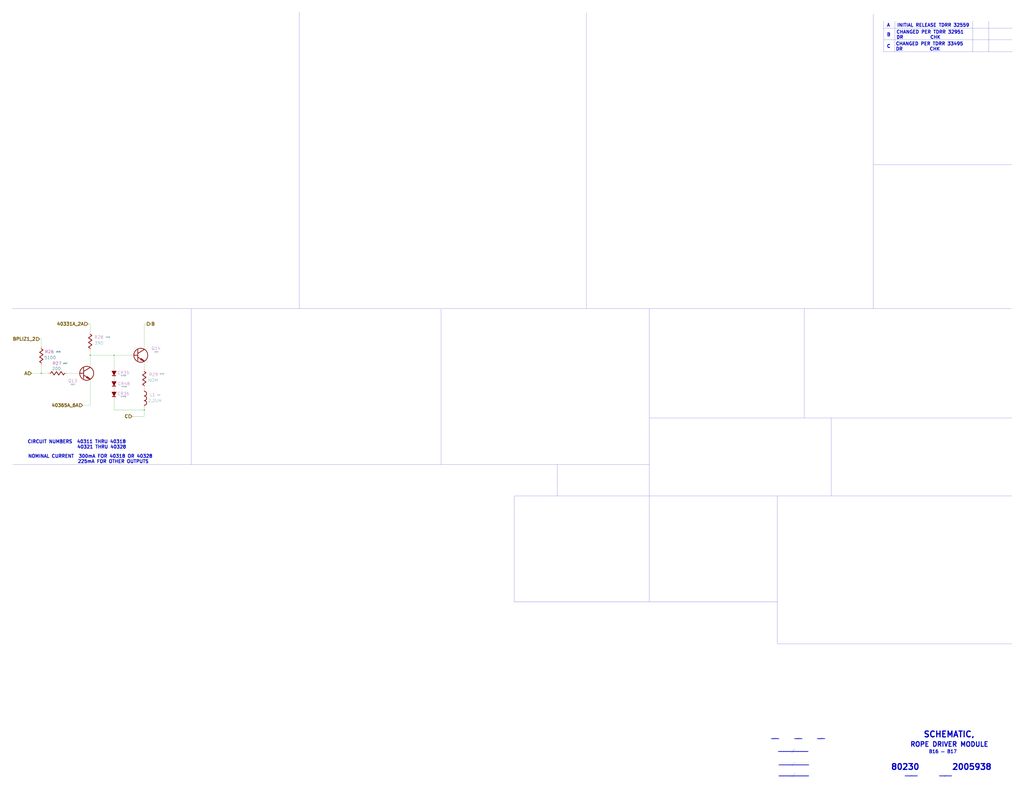
<source format=kicad_sch>
(kicad_sch (version 20211123) (generator eeschema)
  (paper "E")
  (lib_symbols
    (symbol "AGC_DSKY:Diode" (pin_numbers hide) (pin_names (offset 1.016) hide)
      (property "Reference" "CR" (at 0 5.08 0))
      (symbol "Diode_0_1"
        (polyline (pts (xy -2.54 -1.27) (xy -2.54 -1.905)) (stroke (width 0.762)))
        (polyline (pts (xy -2.54 1.27) (xy -2.54 -1.27)) (stroke (width 0.762)))
        (polyline (pts (xy -2.54 1.27) (xy -2.54 1.905)) (stroke (width 0.762)))
        (polyline (pts (xy -2.54 0) (xy 2.54 -2.54) (xy 2.54 2.54) (xy -2.54 0)) (stroke (width 0.2032)) (fill (type outline)))
      )
      (symbol "Diode_1_1"
        (pin passive line (at -5.08 0 0) (length 2.54) (name "K") (number "1"))
        (pin passive line (at 5.08 0 180) (length 2.54) (name "A") (number "2"))
      )
    )
    (symbol "AGC_DSKY:Inductor" (pin_numbers hide) (pin_names (offset 0) hide)
      (property "Reference" "L" (at -1.27 5.08 0))
      (symbol "Inductor_0_1"
        (arc (start -2.54 0) (mid -5.08 2.54) (end -7.62 0) (stroke (width 0.762)))
        (arc (start 2.54 0) (mid 0 2.54) (end -2.54 0) (stroke (width 0.762)))
        (arc (start 7.62 0) (mid 5.08 2.54) (end 2.54 0) (stroke (width 0.762)))
      )
      (symbol "Inductor_1_1"
        (pin passive line (at -10.16 0 0) (length 2.54) (name "1") (number "1"))
        (pin passive line (at 10.16 0 180) (length 2.54) (name "2") (number "2"))
      )
    )
    (symbol "AGC_DSKY:Resistor" (pin_numbers hide) (pin_names (offset 0) hide)
      (property "Reference" "R" (at -0.635 -4.445 0))
      (symbol "Resistor_0_1"
        (polyline (pts (xy -7.62 0) (xy -6.35 -1.905) (xy -3.81 1.905) (xy -1.27 -1.905) (xy 1.27 1.905) (xy 3.81 -1.905) (xy 6.35 1.905) (xy 7.62 0)) (stroke (width 0.762)))
      )
      (symbol "Resistor_1_1"
        (pin passive line (at -10.16 0 0) (length 2.54) (name "1") (number "1"))
        (pin passive line (at 10.16 0 180) (length 2.54) (name "2") (number "2"))
      )
    )
    (symbol "AGC_DSKY:Transistor-NPN" (pin_numbers hide) (pin_names (offset 0) hide)
      (property "Reference" "Q" (at 0 10.541 0))
      (symbol "Transistor-NPN_0_1"
        (polyline (pts (xy -3.302 -2.032) (xy 3.81 -6.35)) (stroke (width 0.762)))
        (polyline (pts (xy -3.302 2.032) (xy 3.81 6.35)) (stroke (width 0.762)))
        (polyline (pts (xy -3.302 5.969) (xy -3.302 -5.715)) (stroke (width 0.762)))
        (polyline (pts (xy -3.302 0) (xy -7.62 0) (xy -7.493 0)) (stroke (width 0.762)))
        (polyline (pts (xy -0.127 -4.826) (xy 0.635 -3.556) (xy 3.81 -6.35) (xy -0.254 -4.953)) (stroke (width 0.762)) (fill (type outline)))
        (circle (center 0 0) (radius 7.62) (stroke (width 0.762)))
      )
      (symbol "Transistor-NPN_1_1"
        (pin passive line (at 3.81 6.35 180) (length 0) (name "C") (number "1"))
        (pin passive line (at -7.62 0 0) (length 0) (name "B") (number "2"))
        (pin passive line (at 3.81 -6.35 180) (length 0) (name "E") (number "3"))
      )
    )
  )
  (junction (at 124.46 387.985))
  (junction (at 157.48 447.675))
  (junction (at 98.425 387.985))
  (junction (at 45.085 407.67))
  (wire (pts (xy 157.48 454.66) (xy 144.145 454.66)))
  (polyline (pts (xy 864.0826 822.2996) (xy 867.2576 817.8546)) (stroke (width 0) (type solid)))
  (wire (pts (xy 45.085 370.205) (xy 45.085 378.46)))
  (wire (pts (xy 124.46 424.18) (xy 124.46 425.45)))
  (polyline (pts (xy 848.36 541.655) (xy 848.36 702.945)) (stroke (width 0) (type solid)))
  (wire (pts (xy 124.46 387.985) (xy 98.425 387.985)))
  (wire (pts (xy 98.425 353.695) (xy 98.425 362.585)))
  (wire (pts (xy 45.085 398.78) (xy 45.085 407.67)))
  (wire (pts (xy 98.425 442.595) (xy 90.17 442.595)))
  (wire (pts (xy 157.48 454.66) (xy 157.48 447.675)))
  (polyline (pts (xy 992.9876 848.3346) (xy 995.5276 845.7946)) (stroke (width 0) (type solid)))
  (wire (pts (xy 146.05 387.985) (xy 124.46 387.985)))
  (polyline (pts (xy 907.415 541.655) (xy 907.415 456.565)) (stroke (width 0) (type solid)))
  (wire (pts (xy 98.425 414.02) (xy 98.425 442.595)))
  (polyline (pts (xy 561.34 657.225) (xy 848.36 657.225)) (stroke (width 0) (type solid)))
  (polyline (pts (xy 964.3618 43.4848) (xy 1104.8238 43.4848)) (stroke (width 0) (type solid)))
  (polyline (pts (xy 953.135 337.185) (xy 953.135 15.24)) (stroke (width 0) (type solid)))
  (polyline (pts (xy 976.7824 23.114) (xy 976.7824 56.4896)) (stroke (width 0) (type solid)))
  (polyline (pts (xy 1079.1698 23.114) (xy 1079.1698 56.4896)) (stroke (width 0) (type solid)))
  (wire (pts (xy 157.48 394.335) (xy 157.48 403.225)))
  (wire (pts (xy 160.655 353.695) (xy 157.48 353.695)))
  (polyline (pts (xy 964.3618 30.6578) (xy 1104.8238 30.6578)) (stroke (width 0) (type solid)))
  (wire (pts (xy 124.46 402.59) (xy 124.46 387.985)))
  (wire (pts (xy 73.025 407.67) (xy 86.995 407.67)))
  (wire (pts (xy 157.48 445.135) (xy 157.48 447.675)))
  (wire (pts (xy 98.425 382.905) (xy 98.425 387.985)))
  (polyline (pts (xy 964.311 23.114) (xy 964.311 56.4896)) (stroke (width 0) (type solid)))
  (wire (pts (xy 157.48 353.695) (xy 157.48 381.635)))
  (polyline (pts (xy 208.915 337.185) (xy 208.915 507.365)) (stroke (width 0) (type solid)))
  (wire (pts (xy 43.18 370.205) (xy 45.085 370.205)))
  (polyline (pts (xy 1061.72 23.114) (xy 1061.72 56.4896)) (stroke (width 0) (type solid)))
  (polyline (pts (xy 608.33 507.365) (xy 608.33 541.655)) (stroke (width 0) (type solid)))
  (polyline (pts (xy 13.335 337.185) (xy 1103.63 337.185)) (stroke (width 0) (type solid)))
  (polyline (pts (xy 864.0826 836.9046) (xy 867.2576 832.4596)) (stroke (width 0) (type solid)))
  (polyline (pts (xy 1030.4526 848.3346) (xy 1032.9926 845.7946)) (stroke (width 0) (type solid)))
  (polyline (pts (xy 844.3976 807.6946) (xy 846.3026 805.1546)) (stroke (width 0) (type solid)))
  (wire (pts (xy 45.085 407.67) (xy 34.29 407.67)))
  (polyline (pts (xy 953.135 179.705) (xy 1104.265 179.705)) (stroke (width 0) (type solid)))
  (wire (pts (xy 95.885 353.695) (xy 98.425 353.695)))
  (wire (pts (xy 52.705 407.67) (xy 45.085 407.67)))
  (polyline (pts (xy 895.1976 807.6946) (xy 897.1026 805.1546)) (stroke (width 0) (type solid)))
  (polyline (pts (xy 481.33 507.365) (xy 481.33 337.82)) (stroke (width 0) (type solid)))
  (wire (pts (xy 124.46 412.75) (xy 124.46 414.02)))
  (polyline (pts (xy 561.34 541.655) (xy 1104.265 541.655)) (stroke (width 0) (type solid)))
  (polyline (pts (xy 964.311 56.4896) (xy 1104.9 56.4896)) (stroke (width 0) (type solid)))
  (wire (pts (xy 157.48 423.545) (xy 157.48 424.815)))
  (polyline (pts (xy 326.39 337.185) (xy 326.39 13.335)) (stroke (width 0) (type solid)))
  (polyline (pts (xy 13.97 507.365) (xy 708.66 507.365)) (stroke (width 0) (type solid)))
  (polyline (pts (xy 708.66 456.565) (xy 1104.265 456.565)) (stroke (width 0) (type solid)))
  (polyline (pts (xy 848.36 702.945) (xy 1104.265 702.945)) (stroke (width 0) (type solid)))
  (polyline (pts (xy 864.0826 848.9696) (xy 867.2576 844.5246)) (stroke (width 0) (type solid)))
  (polyline (pts (xy 708.66 657.225) (xy 708.66 337.185)) (stroke (width 0) (type solid)))
  (polyline (pts (xy 640.08 337.185) (xy 640.08 13.97)) (stroke (width 0) (type solid)))
  (polyline (pts (xy 877.57 456.565) (xy 877.57 337.185)) (stroke (width 0) (type solid)))
  (wire (pts (xy 124.46 447.675) (xy 157.48 447.675)))
  (wire (pts (xy 98.425 387.985) (xy 98.425 401.32)))
  (polyline (pts (xy 561.34 541.655) (xy 561.34 657.225)) (stroke (width 0) (type solid)))
  (wire (pts (xy 124.46 435.61) (xy 124.46 447.675)))
  (polyline (pts (xy 870.4326 807.6946) (xy 872.3376 805.1546)) (stroke (width 0) (type solid)))
  (text "A   INITIAL RELEASE TDRR 32559" (at 967.6638 29.6418 0) (effects (font (size 3.556 3.556) (thickness 0.7112) bold) (justify left bottom)))
  (text "____________" (at 849.63 835.66 0) (effects (font (size 3.556 3.556) (thickness 0.7112) bold) (justify left bottom)))
  (text "___" (at 841.375 807.085 0) (effects (font (size 3.556 3.556) (thickness 0.7112) bold) (justify left bottom)))
  (text "80230" (at 972.0326 841.3496 0) (effects (font (size 6.35 6.35) (thickness 1.27) bold) (justify left bottom)))
  (text "CIRCUIT NUMBERS  40311 THRU 40318\n                    40321 THRU 40328" (at 29.845 490.22 0) (effects (font (size 3.556 3.556) (thickness 0.7112) bold) (justify left bottom)))
  (text "B" (at 967.6638 39.9288 0) (effects (font (size 3.556 3.556) (thickness 0.7112) bold) (justify left bottom)))
  (text "2005938" (at 1038.7076 841.3496 0) (effects (font (size 6.35 6.35) (thickness 1.27) bold) (justify left bottom)))
  (text "B16 — B17" (at 1013.46 822.96 0) (effects (font (size 3.556 3.556) (thickness 0.7112) bold) (justify left bottom)))
  (text "C" (at 967.6638 52.6288 0) (effects (font (size 3.556 3.556) (thickness 0.7112) bold) (justify left bottom)))
  (text "____________" (at 849.63 847.725 0) (effects (font (size 3.556 3.556) (thickness 0.7112) bold) (justify left bottom)))
  (text "NOMINAL CURRENT  300mA FOR 40318 OR 40328\n                    225mA FOR OTHER OUTPUTS" (at 30.48 506.095 0) (effects (font (size 3.556 3.556) (thickness 0.7112) bold) (justify left bottom)))
  (text "CHANGED PER TDRR 33495\nDR           CHK" (at 977.4428 55.6768 0) (effects (font (size 3.556 3.556) (thickness 0.7112) bold) (justify left bottom)))
  (text "SCHEMATIC," (at 1007.5926 805.7896 0) (effects (font (size 6.35 6.35) (thickness 1.27) bold) (justify left bottom)))
  (text "CHANGED PER TDRR 32951\nDR           CHK" (at 978.0778 42.8498 0) (effects (font (size 3.556 3.556) (thickness 0.7112) bold) (justify left bottom)))
  (text "___" (at 866.775 807.085 0) (effects (font (size 3.556 3.556) (thickness 0.7112) bold) (justify left bottom)))
  (text "_____" (at 1024.7376 847.6996 0) (effects (font (size 3.556 3.556) (thickness 0.7112) bold) (justify left bottom)))
  (text "_____" (at 987.2726 847.6996 0) (effects (font (size 3.556 3.556) (thickness 0.7112) bold) (justify left bottom)))
  (text "ROPE DRIVER MODULE" (at 993.14 815.975 0) (effects (font (size 5.08 5.08) (thickness 1.016) bold) (justify left bottom)))
  (text "___" (at 891.54 807.085 0) (effects (font (size 3.556 3.556) (thickness 0.7112) bold) (justify left bottom)))
  (text "____________" (at 848.995 821.055 0) (effects (font (size 3.556 3.556) (thickness 0.7112) bold) (justify left bottom)))
  (hierarchical_label "A" (shape input) (at 34.29 407.67 180) (effects (font (size 3.556 3.556) (thickness 0.7112) bold)))
  (hierarchical_label "B" (shape output) (at 160.655 353.695 0) (effects (font (size 3.556 3.556) (thickness 0.7112) bold)))
  (hierarchical_label "40365A_6A" (shape input) (at 90.17 442.595 180) (effects (font (size 3.556 3.556) (thickness 0.7112) bold)))
  (hierarchical_label "C" (shape input) (at 144.145 454.66 180) (effects (font (size 3.556 3.556) (thickness 0.7112) bold)))
  (hierarchical_label "40331A_2A" (shape input) (at 95.885 353.695 180) (effects (font (size 3.556 3.556) (thickness 0.7112) bold)))
  (hierarchical_label "BPLIZ1_2" (shape input) (at 43.18 370.205 180) (effects (font (size 3.556 3.556) (thickness 0.7112) bold)))
  (symbol (lib_id "AGC_DSKY:Transistor-NPN") (at 94.615 407.67 0)
    (property "Reference" "1Q13" (at 79.375 419.735 0))
    (property "Value" "Transistor-NPN" (effects hide))
    (property "OREFD" "Q13" (at 79.375 415.925 0) (effects (font (size 3.302 3.302))))
  )
  (symbol (lib_id "AGC_DSKY:Transistor-NPN") (at 153.67 387.985 0)
    (property "Reference" "1Q14" (at 170.815 384.175 0))
    (property "Value" "Transistor-NPN" (effects hide))
    (property "OREFD" "Q14" (at 170.18 380.365 0) (effects (font (size 3.302 3.302))))
  )
  (symbol (lib_id "AGC_DSKY:Resistor") (at 45.085 388.62 270) (mirror x)
    (property "Reference" "1R26" (at 63.5 384.175 90))
    (property "Value" "5100" (at 54.61 390.525 90) (effects (font (size 3.302 3.302))))
    (property "OREFD" "R26" (at 53.975 384.175 90) (effects (font (size 3.302 3.302))))
  )
  (symbol (lib_id "AGC_DSKY:Resistor") (at 62.865 407.67 0) (mirror y)
    (property "Reference" "1R27" (at 71.12 396.875 0))
    (property "Value" "200" (at 61.595 402.59 0) (effects (font (size 3.302 3.302))))
    (property "OREFD" "R27" (at 62.23 396.875 0) (effects (font (size 3.302 3.302))))
  )
  (symbol (lib_id "AGC_DSKY:Resistor") (at 98.425 372.745 270) (mirror x)
    (property "Reference" "1R28" (at 117.475 368.3 90))
    (property "Value" "390" (at 107.95 374.65 90) (effects (font (size 3.302 3.302))))
    (property "OREFD" "R28" (at 107.95 368.3 90) (effects (font (size 3.302 3.302))))
  )
  (symbol (lib_id "AGC_DSKY:Resistor") (at 157.48 413.385 270) (mirror x)
    (property "Reference" "1R29" (at 176.53 408.305 90))
    (property "Value" "NOM" (at 167.005 415.29 90) (effects (font (size 3.302 3.302))))
    (property "OREFD" "R29" (at 167.64 408.94 90) (effects (font (size 3.302 3.302))))
  )
  (symbol (lib_id "AGC_DSKY:Diode") (at 124.46 419.1 90)
    (property "Reference" "1CR48" (at 135.255 422.275 90))
    (property "Value" "Diode" (effects hide))
    (property "OREFD" "CR48" (at 135.255 419.1 90) (effects (font (size 3.302 3.302))))
  )
  (symbol (lib_id "AGC_DSKY:Diode") (at 124.46 407.67 90)
    (property "Reference" "1CR35" (at 134.62 410.21 90))
    (property "Value" "Diode" (effects hide))
    (property "OREFD" "CR35" (at 134.62 407.035 90) (effects (font (size 3.302 3.302))))
  )
  (symbol (lib_id "AGC_DSKY:Diode") (at 124.46 430.53 90)
    (property "Reference" "1CR36" (at 134.62 433.07 90))
    (property "Value" "Diode" (effects hide))
    (property "OREFD" "CR36" (at 134.62 429.895 90) (effects (font (size 3.302 3.302))))
  )
  (symbol (lib_id "AGC_DSKY:Inductor") (at 157.48 434.975 270)
    (property "Reference" "1L1" (at 173.355 431.165 90))
    (property "Value" "2.2UH" (at 168.91 437.515 90) (effects (font (size 3.302 3.302))))
    (property "OREFD" "L1" (at 166.37 431.165 90) (effects (font (size 3.302 3.302))))
  )
)
</source>
